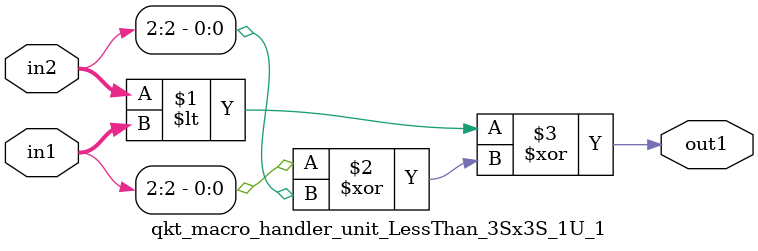
<source format=v>

`timescale 1ps / 1ps


module qkt_macro_handler_unit_LessThan_3Sx3S_1U_1( in2, in1, out1 );

    input [2:0] in2;
    input [2:0] in1;
    output out1;

    
    // rtl_process:qkt_macro_handler_unit_LessThan_3Sx3S_1U_1/qkt_macro_handler_unit_LessThan_3Sx3S_1U_1_thread_1
    assign out1 = (in2 < in1 ^ (in1[2] ^ in2[2]));

endmodule


</source>
